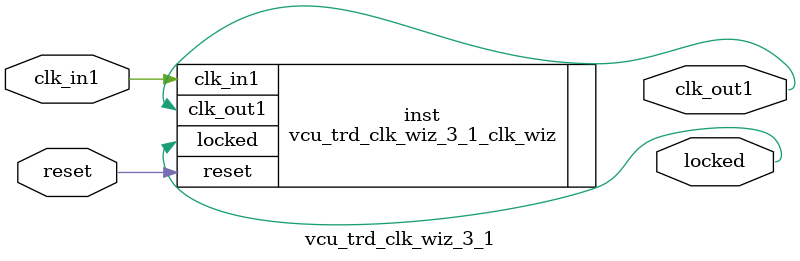
<source format=v>


`timescale 1ps/1ps

(* CORE_GENERATION_INFO = "vcu_trd_clk_wiz_3_1,clk_wiz_v6_0_1_0_0,{component_name=vcu_trd_clk_wiz_3_1,use_phase_alignment=false,use_min_o_jitter=false,use_max_i_jitter=false,use_dyn_phase_shift=false,use_inclk_switchover=false,use_dyn_reconfig=false,enable_axi=0,feedback_source=FDBK_AUTO,PRIMITIVE=MMCM,num_out_clk=1,clkin1_period=10.000,clkin2_period=10.000,use_power_down=false,use_reset=true,use_locked=true,use_inclk_stopped=false,feedback_type=SINGLE,CLOCK_MGR_TYPE=NA,manual_override=false}" *)

module vcu_trd_clk_wiz_3_1 
 (
  // Clock out ports
  output        clk_out1,
  // Status and control signals
  input         reset,
  output        locked,
 // Clock in ports
  input         clk_in1
 );

  vcu_trd_clk_wiz_3_1_clk_wiz inst
  (
  // Clock out ports  
  .clk_out1(clk_out1),
  // Status and control signals               
  .reset(reset), 
  .locked(locked),
 // Clock in ports
  .clk_in1(clk_in1)
  );

endmodule

</source>
